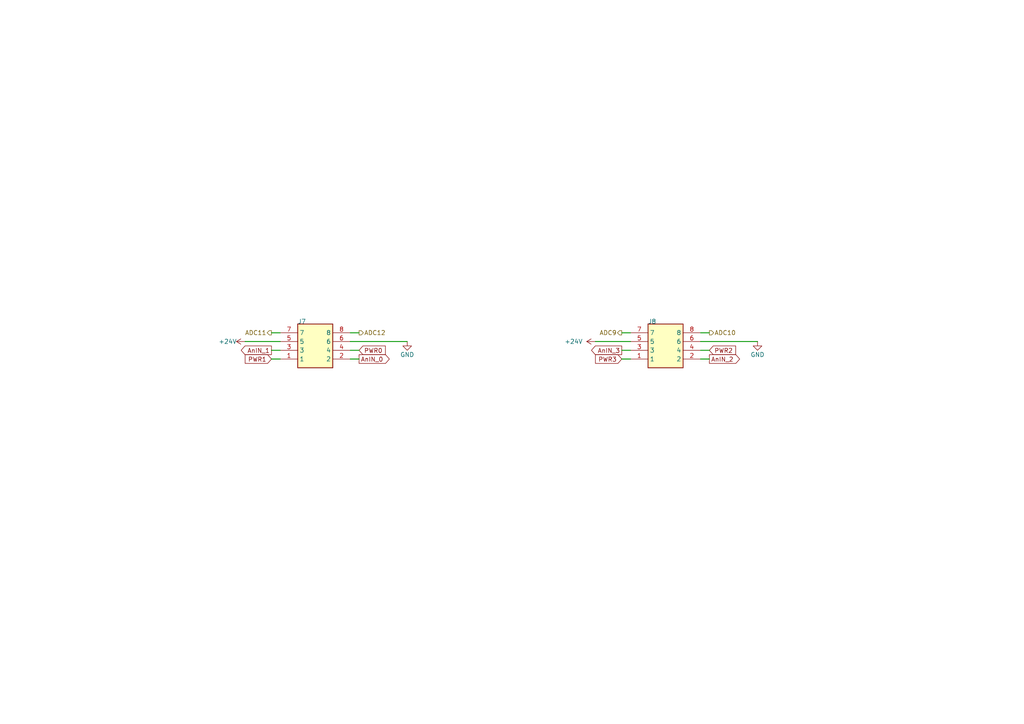
<source format=kicad_sch>
(kicad_sch (version 20231120) (generator "eeschema") (generator_version "8.0")
  (paper "A4")
  (title_block (title "Additional Connections for Filters") (rev "1"))
  (lib_symbols
    (symbol "Untitled-altium-import:root_0_HLE-104-02-L-DV-BE-A-P-TR"
      (symbol "root_0_HLE-104-02-L-DV-BE-A-P-TR_1_0"
        (rectangle (start 15.24 2.54) (end 5.08 -10.16) (stroke (width 0.254)) (fill (type background)))
        (pin passive line (at 0 -7.62 0) (length 5.08) (name "1") (number "1"))
        (pin passive line (at 20.32 -7.62 180) (length 5.08) (name "2") (number "2"))
        (pin passive line (at 0 -5.08 0) (length 5.08) (name "3") (number "3"))
        (pin passive line (at 20.32 -5.08 180) (length 5.08) (name "4") (number "4"))
        (pin passive line (at 0 -2.54 0) (length 5.08) (name "5") (number "5"))
        (pin passive line (at 20.32 -2.54 180) (length 5.08) (name "6") (number "6"))
        (pin passive line (at 0 0 0) (length 5.08) (name "7") (number "7"))
        (pin passive line (at 20.32 0 180) (length 5.08) (name "8") (number "8"))
      )
    )
    (symbol "power:+24V" (power) (pin_numbers hide) (pin_names (offset 0) hide)
      (property "Value" "+24V" (at 0 3.556 0))
      (symbol "+24V_0_1"
        (polyline (pts (xy -0.762 1.27) (xy 0 2.54)))
        (polyline (pts (xy 0 0) (xy 0 2.54)))
        (polyline (pts (xy 0 2.54) (xy 0.762 1.27)))
      )
      (symbol "+24V_1_1"
        (pin power_in line (at 0 0 90) (length 0) (name "~") (number "1"))
      )
    )
    (symbol "power:GND" (power) (pin_numbers hide) (pin_names (offset 0) hide)
      (property "Value" "GND" (at 0 -3.81 0))
      (symbol "GND_0_1"
        (polyline (pts (xy 0 0) (xy 0 -1.27) (xy 1.27 -1.27) (xy 0 -2.54) (xy -1.27 -1.27) (xy 0 -1.27)))
      )
      (symbol "GND_1_1"
        (pin power_in line (at 0 0 270) (length 0) (name "~") (number "1"))
      )
    )
  )
  (wire (pts (xy 203.2 96.52) (xy 205.74 96.52)) (stroke (width 0.254)))
  (wire (pts (xy 205.74 101.6) (xy 203.2 101.6)) (stroke (width 0.254)))
  (wire (pts (xy 81.28 104.14) (xy 78.74 104.14)) (stroke (width 0.254)))
  (wire (pts (xy 172.72 99.06) (xy 182.88 99.06)) (stroke (width 0.254)))
  (wire (pts (xy 81.28 96.52) (xy 78.74 96.52)) (stroke (width 0.254)))
  (wire (pts (xy 205.74 104.14) (xy 203.2 104.14)) (stroke (width 0.254)))
  (wire (pts (xy 78.74 101.6) (xy 81.28 101.6)) (stroke (width 0.254)))
  (wire (pts (xy 71.12 99.06) (xy 81.28 99.06)) (stroke (width 0.254)))
  (wire (pts (xy 101.6 99.06) (xy 118.11 99.06)) (stroke (width 0.254)))
  (wire (pts (xy 104.14 104.14) (xy 101.6 104.14)) (stroke (width 0.254)))
  (wire (pts (xy 182.88 104.14) (xy 180.34 104.14)) (stroke (width 0.254)))
  (wire (pts (xy 203.2 99.06) (xy 219.71 99.06)) (stroke (width 0.254)))
  (wire (pts (xy 180.34 101.6) (xy 182.88 101.6)) (stroke (width 0.254)))
  (wire (pts (xy 101.6 96.52) (xy 104.14 96.52)) (stroke (width 0.254)))
  (wire (pts (xy 104.14 101.6) (xy 101.6 101.6)) (stroke (width 0.254)))
  (wire (pts (xy 180.34 96.52) (xy 182.88 96.52)) (stroke (width 0.254)))
  (global_label "AnIN_3" (shape output) (at 180.34 101.6 180) (property "Intersheetrefs" "${INTERSHEET_REFS}" (effects (hide yes))))
  (global_label "PWR3" (shape input) (at 180.34 104.14 180) (property "Intersheetrefs" "${INTERSHEET_REFS}" (effects (hide yes))))
  (global_label "AnIN_1" (shape output) (at 78.74 101.6 180) (property "Intersheetrefs" "${INTERSHEET_REFS}" (effects (hide yes))))
  (global_label "AnIN_0" (shape output) (at 104.14 104.14 0) (property "Intersheetrefs" "${INTERSHEET_REFS}" (effects (hide yes))))
  (global_label "PWR0" (shape input) (at 104.14 101.6 0) (property "Intersheetrefs" "${INTERSHEET_REFS}" (effects (hide yes))))
  (global_label "PWR1" (shape input) (at 78.74 104.14 180) (property "Intersheetrefs" "${INTERSHEET_REFS}" (effects (hide yes))))
  (global_label "AnIN_2" (shape output) (at 205.74 104.14 0) (property "Intersheetrefs" "${INTERSHEET_REFS}" (effects (hide yes))))
  (global_label "PWR2" (shape input) (at 205.74 101.6 0) (property "Intersheetrefs" "${INTERSHEET_REFS}" (effects (hide yes))))
  (hierarchical_label "ADC10" (shape output) (at 205.74 96.52 0))
  (hierarchical_label "ADC12" (shape output) (at 104.14 96.52 0))
  (hierarchical_label "ADC11" (shape output) (at 78.74 96.52 180))
  (hierarchical_label "ADC9" (shape output) (at 180.34 96.52 180))
  (symbol (lib_id "power:GND") (at 118.11 99.06 0) (unit 1)
    (property "Reference" "#PWR?" (effects (hide yes)))
    (property "Value" "GND" (at 118.11 102.87 0))
    (property "Description" "Power symbol creates a global label with name \"GND\" , ground" (effects (hide yes)))
  )
  (symbol (lib_id "Untitled-altium-import:root_0_HLE-104-02-L-DV-BE-A-P-TR") (at 81.28 96.52 0) (unit 1)
    (property "Reference" "J7" (at 86.36 93.98 0) (effects (justify left bottom)))
    (property "Value" "HLE-104-02-L-DV-BE-A-P-TR" (effects (hide yes)))
    (property "Footprint" "SamacSys.PcbLib:HLE-104-02-XXX-DV-BE-A-P-TR" (effects (hide yes)))
    (property "DATASHEET LINK" "http://suddendocs.samtec.com/prints/hle-1xx-02-xxx-dv-xx-xx-xx-mkt.pdf" (effects (hide yes)))
    (property "MANUFACTURER_NAME" "SAMTEC" (effects (hide yes)))
    (property "MANUFACTURER_PART_NUMBER" "HLE-104-02-L-DV-BE-A-P-TR" (effects (hide yes)))
    (property "ARROW PART NUMBER" "HLE-104-02-L-DV-BE-A-P-TR" (effects (hide yes)))
    (property "ARROW PRICE/STOCK" "https://www.arrow.com/en/products/hle-104-02-l-dv-be-a-p-tr/samtec" (effects (hide yes)))
  )
  (symbol (lib_id "Untitled-altium-import:root_0_HLE-104-02-L-DV-BE-A-P-TR") (at 182.88 96.52 0) (unit 1)
    (property "Reference" "J8" (at 187.96 93.98 0) (effects (justify left bottom)))
    (property "Value" "HLE-104-02-L-DV-BE-A-P-TR" (effects (hide yes)))
    (property "Footprint" "SamacSys.PcbLib:HLE-104-02-XXX-DV-BE-A-P-TR" (effects (hide yes)))
    (property "DATASHEET LINK" "http://suddendocs.samtec.com/prints/hle-1xx-02-xxx-dv-xx-xx-xx-mkt.pdf" (effects (hide yes)))
    (property "MANUFACTURER_NAME" "SAMTEC" (effects (hide yes)))
    (property "MANUFACTURER_PART_NUMBER" "HLE-104-02-L-DV-BE-A-P-TR" (effects (hide yes)))
    (property "ARROW PART NUMBER" "HLE-104-02-L-DV-BE-A-P-TR" (effects (hide yes)))
    (property "ARROW PRICE/STOCK" "https://www.arrow.com/en/products/hle-104-02-l-dv-be-a-p-tr/samtec" (effects (hide yes)))
  )
  (symbol (lib_id "power:+24V") (at 71.12 99.06 90) (unit 1)
    (property "Reference" "#PWR?" (effects (hide yes)))
    (property "Value" "+24V" (at 66.04 99.06 90))
    (property "Description" "Power symbol creates a global label with name \"+24V\"" (effects (hide yes)))
  )
  (symbol (lib_id "power:+24V") (at 172.72 99.06 90) (unit 1)
    (property "Reference" "#PWR?" (effects (hide yes)))
    (property "Value" "+24V" (at 166.37 99.06 90))
    (property "Description" "Power symbol creates a global label with name \"+24V\"" (effects (hide yes)))
  )
  (symbol (lib_id "power:GND") (at 219.71 99.06 0) (unit 1)
    (property "Reference" "#PWR?" (effects (hide yes)))
    (property "Value" "GND" (at 219.71 102.87 0))
    (property "Description" "Power symbol creates a global label with name \"GND\" , ground" (effects (hide yes)))
  )
)
</source>
